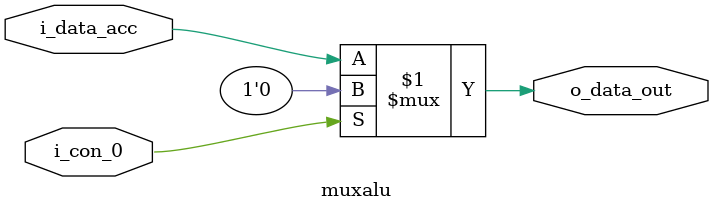
<source format=sv>
module muxalu(
	input logic i_data_acc,
	input logic i_con_0,
	output logic o_data_out
	);

assign o_data_out = i_con_0 ? 1'b0 : i_data_acc;

endmodule
</source>
